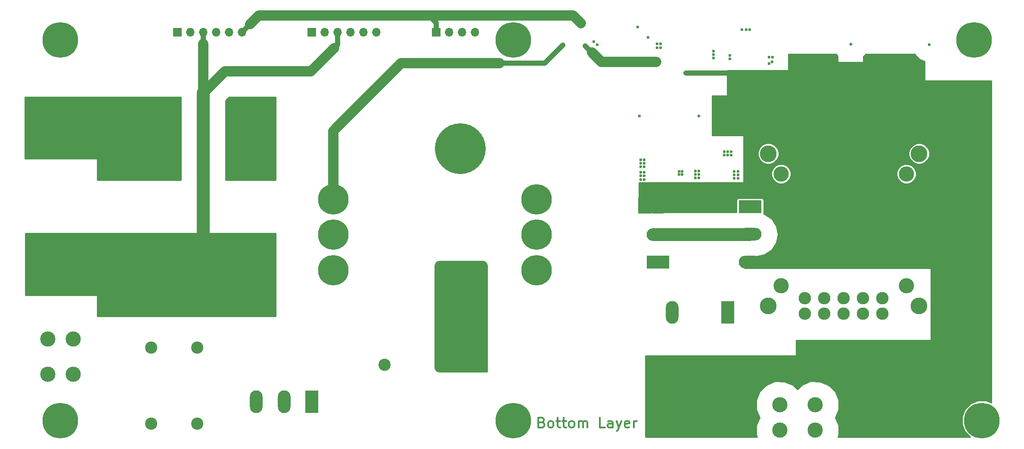
<source format=gbl>
G04 #@! TF.FileFunction,Copper,L4,Bot,Mixed*
%FSLAX46Y46*%
G04 Gerber Fmt 4.6, Leading zero omitted, Abs format (unit mm)*
G04 Created by KiCad (PCBNEW 4.0.7) date 06/29/18 00:02:58*
%MOMM*%
%LPD*%
G01*
G04 APERTURE LIST*
%ADD10C,0.100000*%
%ADD11C,0.300000*%
%ADD12R,4.500000X2.500000*%
%ADD13O,4.500000X2.500000*%
%ADD14C,6.000000*%
%ADD15C,2.450000*%
%ADD16C,3.300000*%
%ADD17C,3.000000*%
%ADD18C,7.000000*%
%ADD19R,2.500000X4.500000*%
%ADD20O,2.500000X4.500000*%
%ADD21C,10.000000*%
%ADD22C,2.400000*%
%ADD23R,1.700000X1.700000*%
%ADD24O,1.700000X1.700000*%
%ADD25C,0.600000*%
%ADD26C,0.900000*%
%ADD27C,2.000000*%
%ADD28C,0.250000*%
%ADD29C,1.000000*%
%ADD30C,0.600000*%
%ADD31C,2.500000*%
%ADD32C,0.254000*%
G04 APERTURE END LIST*
D10*
D11*
X204642856Y-152957143D02*
X204928570Y-153052381D01*
X205023809Y-153147619D01*
X205119047Y-153338095D01*
X205119047Y-153623810D01*
X205023809Y-153814286D01*
X204928570Y-153909524D01*
X204738094Y-154004762D01*
X203976189Y-154004762D01*
X203976189Y-152004762D01*
X204642856Y-152004762D01*
X204833332Y-152100000D01*
X204928570Y-152195238D01*
X205023809Y-152385714D01*
X205023809Y-152576190D01*
X204928570Y-152766667D01*
X204833332Y-152861905D01*
X204642856Y-152957143D01*
X203976189Y-152957143D01*
X206261904Y-154004762D02*
X206071428Y-153909524D01*
X205976189Y-153814286D01*
X205880951Y-153623810D01*
X205880951Y-153052381D01*
X205976189Y-152861905D01*
X206071428Y-152766667D01*
X206261904Y-152671429D01*
X206547618Y-152671429D01*
X206738094Y-152766667D01*
X206833332Y-152861905D01*
X206928570Y-153052381D01*
X206928570Y-153623810D01*
X206833332Y-153814286D01*
X206738094Y-153909524D01*
X206547618Y-154004762D01*
X206261904Y-154004762D01*
X207499999Y-152671429D02*
X208261904Y-152671429D01*
X207785713Y-152004762D02*
X207785713Y-153719048D01*
X207880952Y-153909524D01*
X208071428Y-154004762D01*
X208261904Y-154004762D01*
X208642856Y-152671429D02*
X209404761Y-152671429D01*
X208928570Y-152004762D02*
X208928570Y-153719048D01*
X209023809Y-153909524D01*
X209214285Y-154004762D01*
X209404761Y-154004762D01*
X210357142Y-154004762D02*
X210166666Y-153909524D01*
X210071427Y-153814286D01*
X209976189Y-153623810D01*
X209976189Y-153052381D01*
X210071427Y-152861905D01*
X210166666Y-152766667D01*
X210357142Y-152671429D01*
X210642856Y-152671429D01*
X210833332Y-152766667D01*
X210928570Y-152861905D01*
X211023808Y-153052381D01*
X211023808Y-153623810D01*
X210928570Y-153814286D01*
X210833332Y-153909524D01*
X210642856Y-154004762D01*
X210357142Y-154004762D01*
X211880951Y-154004762D02*
X211880951Y-152671429D01*
X211880951Y-152861905D02*
X211976190Y-152766667D01*
X212166666Y-152671429D01*
X212452380Y-152671429D01*
X212642856Y-152766667D01*
X212738094Y-152957143D01*
X212738094Y-154004762D01*
X212738094Y-152957143D02*
X212833332Y-152766667D01*
X213023809Y-152671429D01*
X213309523Y-152671429D01*
X213499999Y-152766667D01*
X213595237Y-152957143D01*
X213595237Y-154004762D01*
X217023809Y-154004762D02*
X216071428Y-154004762D01*
X216071428Y-152004762D01*
X218547619Y-154004762D02*
X218547619Y-152957143D01*
X218452381Y-152766667D01*
X218261905Y-152671429D01*
X217880953Y-152671429D01*
X217690476Y-152766667D01*
X218547619Y-153909524D02*
X218357143Y-154004762D01*
X217880953Y-154004762D01*
X217690476Y-153909524D01*
X217595238Y-153719048D01*
X217595238Y-153528571D01*
X217690476Y-153338095D01*
X217880953Y-153242857D01*
X218357143Y-153242857D01*
X218547619Y-153147619D01*
X219309524Y-152671429D02*
X219785715Y-154004762D01*
X220261905Y-152671429D02*
X219785715Y-154004762D01*
X219595239Y-154480952D01*
X219500000Y-154576190D01*
X219309524Y-154671429D01*
X221785715Y-153909524D02*
X221595239Y-154004762D01*
X221214287Y-154004762D01*
X221023810Y-153909524D01*
X220928572Y-153719048D01*
X220928572Y-152957143D01*
X221023810Y-152766667D01*
X221214287Y-152671429D01*
X221595239Y-152671429D01*
X221785715Y-152766667D01*
X221880953Y-152957143D01*
X221880953Y-153147619D01*
X220928572Y-153338095D01*
X222738096Y-154004762D02*
X222738096Y-152671429D01*
X222738096Y-153052381D02*
X222833335Y-152861905D01*
X222928573Y-152766667D01*
X223119049Y-152671429D01*
X223309525Y-152671429D01*
D12*
X245600000Y-110450000D03*
D13*
X245600000Y-115900000D03*
X245600000Y-121350000D03*
D14*
X203600000Y-123000000D03*
X203600000Y-116000000D03*
X203600000Y-109000000D03*
X163600000Y-109000000D03*
X163600000Y-116000000D03*
X163600000Y-123000000D03*
D15*
X256380000Y-101500000D03*
X260190000Y-101500000D03*
X264000000Y-101500000D03*
X267810000Y-101500000D03*
X271620000Y-101500000D03*
X271620000Y-98500000D03*
X267810000Y-98500000D03*
X264000000Y-98500000D03*
X260190000Y-98500000D03*
X256380000Y-98500000D03*
D16*
X249180000Y-100000000D03*
X278820000Y-100000000D03*
D17*
X251680000Y-104000000D03*
X276320000Y-104000000D03*
D18*
X199000000Y-77600000D03*
X110000000Y-77600000D03*
X289600000Y-77600000D03*
X199000000Y-152600000D03*
X291172000Y-152600000D03*
X110000000Y-152600000D03*
D12*
X227500000Y-121400000D03*
D13*
X227500000Y-115950000D03*
X227500000Y-110500000D03*
D19*
X159400000Y-148900000D03*
D20*
X153950000Y-148900000D03*
X148500000Y-148900000D03*
D21*
X188600000Y-99000000D03*
X188600000Y-126200000D03*
X147400000Y-126200000D03*
X147400000Y-99000000D03*
D17*
X110000000Y-118300000D03*
X110000000Y-125300000D03*
X115000000Y-118300000D03*
X105000000Y-118300000D03*
X115000000Y-125300000D03*
X105000000Y-125300000D03*
X110000000Y-91500000D03*
X110000000Y-98500000D03*
X115000000Y-91500000D03*
X105000000Y-91500000D03*
X115000000Y-98500000D03*
X105000000Y-98500000D03*
D15*
X271620000Y-128500000D03*
X267810000Y-128500000D03*
X264000000Y-128500000D03*
X260190000Y-128500000D03*
X256380000Y-128500000D03*
X256380000Y-131500000D03*
X260190000Y-131500000D03*
X264000000Y-131500000D03*
X267810000Y-131500000D03*
X271620000Y-131500000D03*
D16*
X278820000Y-130000000D03*
X249180000Y-130000000D03*
D17*
X276320000Y-126000000D03*
X251680000Y-126000000D03*
X251400000Y-149500000D03*
X251400000Y-154500000D03*
X258400000Y-149500000D03*
X258400000Y-154500000D03*
X226500000Y-149500000D03*
X226500000Y-154500000D03*
X233500000Y-149500000D03*
X233500000Y-154500000D03*
D22*
X188700000Y-141600000D03*
X173700000Y-141600000D03*
D23*
X159420000Y-76100000D03*
D24*
X161960000Y-76100000D03*
X164500000Y-76100000D03*
X167040000Y-76100000D03*
X169580000Y-76100000D03*
X172120000Y-76100000D03*
D23*
X183860000Y-76100000D03*
D24*
X186400000Y-76100000D03*
X188940000Y-76100000D03*
X191480000Y-76100000D03*
D23*
X133000000Y-76100000D03*
D24*
X135540000Y-76100000D03*
X138080000Y-76100000D03*
X140620000Y-76100000D03*
X143160000Y-76100000D03*
X145700000Y-76100000D03*
D17*
X112500000Y-136500000D03*
X107500000Y-136500000D03*
X112500000Y-143500000D03*
X107500000Y-143500000D03*
D22*
X127800000Y-153200000D03*
X127800000Y-138200000D03*
X136900000Y-138200000D03*
X136900000Y-153200000D03*
D19*
X241200000Y-131300000D03*
D20*
X230300000Y-131300000D03*
D25*
X242500000Y-104200000D03*
X242500000Y-103500000D03*
X243200000Y-104200000D03*
X243200000Y-103500000D03*
X243200000Y-104900000D03*
X242500000Y-104900000D03*
X224100000Y-105100000D03*
X224800000Y-105100000D03*
X224100000Y-103700000D03*
X224100000Y-104400000D03*
X224800000Y-104400000D03*
X224800000Y-103700000D03*
X241600000Y-81300000D03*
X241600000Y-80680000D03*
D26*
X233000000Y-84100000D03*
X227100000Y-81900000D03*
X213200000Y-78800000D03*
X212600000Y-74600000D03*
D25*
X260500000Y-81100000D03*
X235500000Y-92600000D03*
X274000000Y-80600000D03*
X223500000Y-75100000D03*
X223800000Y-92600000D03*
X225500000Y-77100000D03*
X280850000Y-78500000D03*
X265390434Y-78490434D03*
X249948879Y-81905730D03*
X250000000Y-81000000D03*
X249310000Y-82300000D03*
X249300000Y-81000000D03*
X228000000Y-78350000D03*
X228000000Y-79100000D03*
X227300000Y-79100000D03*
X227300000Y-78350000D03*
X215500000Y-78550000D03*
X214900000Y-77950000D03*
D26*
X208800000Y-78600000D03*
D25*
X234800000Y-103400000D03*
X234800000Y-104100000D03*
X234800000Y-104800000D03*
X235500000Y-104800000D03*
X235500000Y-104100000D03*
X235500000Y-103400000D03*
X232200000Y-104100000D03*
X231600000Y-104100000D03*
X231600000Y-103500000D03*
X232200000Y-103500000D03*
X241900000Y-99600000D03*
X241200000Y-99600000D03*
X240500000Y-99600000D03*
X240500000Y-100300000D03*
X241200000Y-100300000D03*
X241900000Y-100300000D03*
X224100000Y-101200000D03*
X224100000Y-101900000D03*
X224100000Y-102600000D03*
X224800000Y-102600000D03*
X224800000Y-101900000D03*
X224800000Y-101200000D03*
X238400000Y-81200000D03*
X238400000Y-80500000D03*
X238400000Y-79800000D03*
X245500000Y-75600000D03*
X244000000Y-75600000D03*
X244800000Y-75600000D03*
D27*
X214500000Y-80100000D02*
X216300000Y-81900000D01*
D28*
X274000000Y-80600000D02*
X274000000Y-85820000D01*
X274000000Y-85820000D02*
X271620000Y-88200000D01*
D29*
X285500000Y-96100000D02*
X273620000Y-96100000D01*
X290500000Y-103100000D02*
X285500000Y-103100000D01*
X290500000Y-96100000D02*
X290500000Y-103100000D01*
X290500000Y-96100000D02*
X285500000Y-96100000D01*
X233000000Y-84100000D02*
X241500000Y-84100000D01*
D27*
X216300000Y-81900000D02*
X227100000Y-81900000D01*
D29*
X213200000Y-78800000D02*
X214500000Y-80100000D01*
D27*
X149000001Y-72799999D02*
X182500000Y-72799999D01*
X182500000Y-72799999D02*
X210799999Y-72799999D01*
D29*
X183860000Y-76100000D02*
X183860000Y-74250000D01*
X183860000Y-74250000D02*
X182500000Y-72890000D01*
X182500000Y-72890000D02*
X182500000Y-72799999D01*
D27*
X147300000Y-74500000D02*
X149000001Y-72799999D01*
X210799999Y-72799999D02*
X212300000Y-74300000D01*
D30*
X211499999Y-73499999D02*
X212300000Y-74300000D01*
X212300000Y-74300000D02*
X212600000Y-74600000D01*
D27*
X147300000Y-74500000D02*
X148350001Y-73449999D01*
D29*
X146549999Y-75250001D02*
X147300000Y-74500000D01*
X145700000Y-76100000D02*
X146549999Y-75250001D01*
X273620000Y-96100000D02*
X271620000Y-98100000D01*
X271620000Y-98100000D02*
X271620000Y-88200000D01*
D31*
X227500000Y-115950000D02*
X245550000Y-115950000D01*
X245550000Y-115950000D02*
X245600000Y-115900000D01*
D27*
X163600000Y-109000000D02*
X163600000Y-95540323D01*
X163600000Y-95540323D02*
X176940323Y-82200000D01*
X176940323Y-82200000D02*
X191650000Y-82200000D01*
X191650000Y-82200000D02*
X196350000Y-82200000D01*
D29*
X196350000Y-82200000D02*
X205200000Y-82200000D01*
X205200000Y-82200000D02*
X208800000Y-78600000D01*
D31*
X138080000Y-121120000D02*
X142320000Y-121120000D01*
X142320000Y-121120000D02*
X147400000Y-126200000D01*
D27*
X115000000Y-123500000D02*
X144700000Y-123500000D01*
X144700000Y-123500000D02*
X147400000Y-126200000D01*
X110000000Y-123500000D02*
X115000000Y-123500000D01*
X105000000Y-123500000D02*
X110000000Y-123500000D01*
D31*
X138080000Y-88050000D02*
X138080000Y-121120000D01*
D29*
X138080000Y-76100000D02*
X138080000Y-78400000D01*
X164500000Y-78500000D02*
X163800000Y-79200000D01*
X164500000Y-76100000D02*
X164500000Y-78500000D01*
D27*
X138080000Y-78400000D02*
X138080000Y-88050000D01*
X142300000Y-83750000D02*
X142300000Y-83830000D01*
X142300000Y-83830000D02*
X138080000Y-88050000D01*
X159250000Y-83750000D02*
X142300000Y-83750000D01*
X163800000Y-79200000D02*
X159250000Y-83750000D01*
D32*
G36*
X193333130Y-121295752D02*
X193615545Y-121484455D01*
X193804248Y-121766870D01*
X193873000Y-122112509D01*
X193873000Y-142837491D01*
X193861338Y-142896119D01*
X193835215Y-142935215D01*
X193796119Y-142961338D01*
X193737491Y-142973000D01*
X184512509Y-142973000D01*
X184166870Y-142904248D01*
X183884455Y-142715545D01*
X183695752Y-142433130D01*
X183627000Y-142087491D01*
X183627000Y-122112509D01*
X183695752Y-121766870D01*
X183884455Y-121484455D01*
X184166870Y-121295752D01*
X184512509Y-121227000D01*
X192987491Y-121227000D01*
X193333130Y-121295752D01*
X193333130Y-121295752D01*
G37*
X193333130Y-121295752D02*
X193615545Y-121484455D01*
X193804248Y-121766870D01*
X193873000Y-122112509D01*
X193873000Y-142837491D01*
X193861338Y-142896119D01*
X193835215Y-142935215D01*
X193796119Y-142961338D01*
X193737491Y-142973000D01*
X184512509Y-142973000D01*
X184166870Y-142904248D01*
X183884455Y-142715545D01*
X183695752Y-142433130D01*
X183627000Y-142087491D01*
X183627000Y-122112509D01*
X183695752Y-121766870D01*
X183884455Y-121484455D01*
X184166870Y-121295752D01*
X184512509Y-121227000D01*
X192987491Y-121227000D01*
X193333130Y-121295752D01*
G36*
X152325892Y-132073000D02*
X117279892Y-132073000D01*
X117279892Y-128000000D01*
X117269886Y-127950590D01*
X117241445Y-127908965D01*
X117199051Y-127881685D01*
X117152892Y-127873000D01*
X103079892Y-127873000D01*
X103079892Y-115727000D01*
X152325892Y-115727000D01*
X152325892Y-132073000D01*
X152325892Y-132073000D01*
G37*
X152325892Y-132073000D02*
X117279892Y-132073000D01*
X117279892Y-128000000D01*
X117269886Y-127950590D01*
X117241445Y-127908965D01*
X117199051Y-127881685D01*
X117152892Y-127873000D01*
X103079892Y-127873000D01*
X103079892Y-115727000D01*
X152325892Y-115727000D01*
X152325892Y-132073000D01*
G36*
X133703000Y-105173000D02*
X117227000Y-105173000D01*
X117227000Y-101100000D01*
X117216994Y-101050590D01*
X117188553Y-101008965D01*
X117146159Y-100981685D01*
X117100000Y-100973000D01*
X103027000Y-100973000D01*
X103027000Y-88827000D01*
X133703000Y-88827000D01*
X133703000Y-105173000D01*
X133703000Y-105173000D01*
G37*
X133703000Y-105173000D02*
X117227000Y-105173000D01*
X117227000Y-101100000D01*
X117216994Y-101050590D01*
X117188553Y-101008965D01*
X117146159Y-100981685D01*
X117100000Y-100973000D01*
X103027000Y-100973000D01*
X103027000Y-88827000D01*
X133703000Y-88827000D01*
X133703000Y-105173000D01*
G36*
X152273000Y-105173000D02*
X142457000Y-105173000D01*
X142457000Y-89509460D01*
X143139460Y-88827000D01*
X152273000Y-88827000D01*
X152273000Y-105173000D01*
X152273000Y-105173000D01*
G37*
X152273000Y-105173000D02*
X142457000Y-105173000D01*
X142457000Y-89509460D01*
X143139460Y-88827000D01*
X152273000Y-88827000D01*
X152273000Y-105173000D01*
G36*
X262483471Y-80429138D02*
X262773000Y-80719173D01*
X262773000Y-81900000D01*
X262783006Y-81949410D01*
X262811447Y-81991035D01*
X262853841Y-82018315D01*
X262900000Y-82027000D01*
X267700000Y-82027000D01*
X267749410Y-82016994D01*
X267791035Y-81988553D01*
X267818315Y-81946159D01*
X267827000Y-81900000D01*
X267827000Y-80900403D01*
X268294009Y-80434208D01*
X268297002Y-80427000D01*
X277938201Y-80427000D01*
X277943037Y-80438704D01*
X278906226Y-81403575D01*
X279873000Y-81805015D01*
X279873000Y-85500000D01*
X279883006Y-85549410D01*
X279911447Y-85591035D01*
X279953841Y-85618315D01*
X280000000Y-85627000D01*
X292973000Y-85627000D01*
X292973000Y-149095748D01*
X291956555Y-148673684D01*
X290394298Y-148672320D01*
X288950440Y-149268911D01*
X287844793Y-150372629D01*
X287245684Y-151815445D01*
X287244320Y-153377702D01*
X287840911Y-154821560D01*
X288890517Y-155873000D01*
X262839922Y-155873000D01*
X263026195Y-155424405D01*
X263027801Y-153583671D01*
X262372698Y-151998199D01*
X263026195Y-150424405D01*
X263027801Y-148583671D01*
X262324867Y-146882439D01*
X261024407Y-145579708D01*
X259324405Y-144873805D01*
X257483671Y-144872199D01*
X255782439Y-145575133D01*
X254899602Y-146456431D01*
X254024407Y-145579708D01*
X252324405Y-144873805D01*
X250483671Y-144872199D01*
X248782439Y-145575133D01*
X247479708Y-146875593D01*
X246773805Y-148575595D01*
X246772199Y-150416329D01*
X247427302Y-152001801D01*
X246773805Y-153575595D01*
X246772199Y-155416329D01*
X246960891Y-155873000D01*
X225027000Y-155873000D01*
X225027000Y-139827000D01*
X254500000Y-139827000D01*
X254549410Y-139816994D01*
X254591035Y-139788553D01*
X254618315Y-139746159D01*
X254627000Y-139700000D01*
X254627000Y-136827000D01*
X281000000Y-136827000D01*
X281049410Y-136816994D01*
X281091035Y-136788553D01*
X281118315Y-136746159D01*
X281127000Y-136700000D01*
X281127000Y-122700000D01*
X281116994Y-122650590D01*
X281088553Y-122608965D01*
X281046159Y-122581685D01*
X281000000Y-122573000D01*
X244527000Y-122573000D01*
X244527000Y-120327000D01*
X245550000Y-120327000D01*
X245801367Y-120277000D01*
X246705342Y-120277000D01*
X248380347Y-119943821D01*
X249800348Y-118995006D01*
X250749163Y-117575005D01*
X251082342Y-115900000D01*
X250749163Y-114224995D01*
X249800348Y-112804994D01*
X248380347Y-111856179D01*
X248258640Y-111831970D01*
X248285365Y-111700000D01*
X248285365Y-109200000D01*
X248255591Y-109041763D01*
X248162073Y-108896433D01*
X248019381Y-108798936D01*
X247850000Y-108764635D01*
X243350000Y-108764635D01*
X243191763Y-108794409D01*
X243046433Y-108887927D01*
X242948936Y-109030619D01*
X242914635Y-109200000D01*
X242914635Y-111573000D01*
X226394658Y-111573000D01*
X225891924Y-111673000D01*
X223629064Y-111673000D01*
X223724968Y-105727000D01*
X244200000Y-105727000D01*
X244249410Y-105716994D01*
X244291035Y-105688553D01*
X244318315Y-105646159D01*
X244327000Y-105600000D01*
X244327000Y-104381622D01*
X249752666Y-104381622D01*
X250045416Y-105090132D01*
X250587017Y-105632678D01*
X251295014Y-105926665D01*
X252061622Y-105927334D01*
X252770132Y-105634584D01*
X253312678Y-105092983D01*
X253606665Y-104384986D01*
X253606667Y-104381622D01*
X274392666Y-104381622D01*
X274685416Y-105090132D01*
X275227017Y-105632678D01*
X275935014Y-105926665D01*
X276701622Y-105927334D01*
X277410132Y-105634584D01*
X277952678Y-105092983D01*
X278246665Y-104384986D01*
X278247334Y-103618378D01*
X277954584Y-102909868D01*
X277412983Y-102367322D01*
X276704986Y-102073335D01*
X275938378Y-102072666D01*
X275229868Y-102365416D01*
X274687322Y-102907017D01*
X274393335Y-103615014D01*
X274392666Y-104381622D01*
X253606667Y-104381622D01*
X253607334Y-103618378D01*
X253314584Y-102909868D01*
X252772983Y-102367322D01*
X252064986Y-102073335D01*
X251298378Y-102072666D01*
X250589868Y-102365416D01*
X250047322Y-102907017D01*
X249753335Y-103615014D01*
X249752666Y-104381622D01*
X244327000Y-104381622D01*
X244327000Y-100411328D01*
X247102640Y-100411328D01*
X247418178Y-101174989D01*
X248001938Y-101759768D01*
X248765047Y-102076639D01*
X249591328Y-102077360D01*
X250354989Y-101761822D01*
X250939768Y-101178062D01*
X251256639Y-100414953D01*
X251256642Y-100411328D01*
X276742640Y-100411328D01*
X277058178Y-101174989D01*
X277641938Y-101759768D01*
X278405047Y-102076639D01*
X279231328Y-102077360D01*
X279994989Y-101761822D01*
X280579768Y-101178062D01*
X280896639Y-100414953D01*
X280897360Y-99588672D01*
X280581822Y-98825011D01*
X279998062Y-98240232D01*
X279234953Y-97923361D01*
X278408672Y-97922640D01*
X277645011Y-98238178D01*
X277060232Y-98821938D01*
X276743361Y-99585047D01*
X276742640Y-100411328D01*
X251256642Y-100411328D01*
X251257360Y-99588672D01*
X250941822Y-98825011D01*
X250358062Y-98240232D01*
X249594953Y-97923361D01*
X248768672Y-97922640D01*
X248005011Y-98238178D01*
X247420232Y-98821938D01*
X247103361Y-99585047D01*
X247102640Y-100411328D01*
X244327000Y-100411328D01*
X244327000Y-96500000D01*
X244316994Y-96450590D01*
X244288553Y-96408965D01*
X244246159Y-96381685D01*
X244200000Y-96373000D01*
X238127000Y-96373000D01*
X238127000Y-88627000D01*
X241000000Y-88627000D01*
X241049410Y-88616994D01*
X241091035Y-88588553D01*
X241118315Y-88546159D01*
X241127000Y-88500000D01*
X241127000Y-83627000D01*
X253000000Y-83627000D01*
X253049410Y-83616994D01*
X253091035Y-83588553D01*
X253118315Y-83546159D01*
X253127000Y-83500000D01*
X253127000Y-80427000D01*
X262482588Y-80427000D01*
X262483471Y-80429138D01*
X262483471Y-80429138D01*
G37*
X262483471Y-80429138D02*
X262773000Y-80719173D01*
X262773000Y-81900000D01*
X262783006Y-81949410D01*
X262811447Y-81991035D01*
X262853841Y-82018315D01*
X262900000Y-82027000D01*
X267700000Y-82027000D01*
X267749410Y-82016994D01*
X267791035Y-81988553D01*
X267818315Y-81946159D01*
X267827000Y-81900000D01*
X267827000Y-80900403D01*
X268294009Y-80434208D01*
X268297002Y-80427000D01*
X277938201Y-80427000D01*
X277943037Y-80438704D01*
X278906226Y-81403575D01*
X279873000Y-81805015D01*
X279873000Y-85500000D01*
X279883006Y-85549410D01*
X279911447Y-85591035D01*
X279953841Y-85618315D01*
X280000000Y-85627000D01*
X292973000Y-85627000D01*
X292973000Y-149095748D01*
X291956555Y-148673684D01*
X290394298Y-148672320D01*
X288950440Y-149268911D01*
X287844793Y-150372629D01*
X287245684Y-151815445D01*
X287244320Y-153377702D01*
X287840911Y-154821560D01*
X288890517Y-155873000D01*
X262839922Y-155873000D01*
X263026195Y-155424405D01*
X263027801Y-153583671D01*
X262372698Y-151998199D01*
X263026195Y-150424405D01*
X263027801Y-148583671D01*
X262324867Y-146882439D01*
X261024407Y-145579708D01*
X259324405Y-144873805D01*
X257483671Y-144872199D01*
X255782439Y-145575133D01*
X254899602Y-146456431D01*
X254024407Y-145579708D01*
X252324405Y-144873805D01*
X250483671Y-144872199D01*
X248782439Y-145575133D01*
X247479708Y-146875593D01*
X246773805Y-148575595D01*
X246772199Y-150416329D01*
X247427302Y-152001801D01*
X246773805Y-153575595D01*
X246772199Y-155416329D01*
X246960891Y-155873000D01*
X225027000Y-155873000D01*
X225027000Y-139827000D01*
X254500000Y-139827000D01*
X254549410Y-139816994D01*
X254591035Y-139788553D01*
X254618315Y-139746159D01*
X254627000Y-139700000D01*
X254627000Y-136827000D01*
X281000000Y-136827000D01*
X281049410Y-136816994D01*
X281091035Y-136788553D01*
X281118315Y-136746159D01*
X281127000Y-136700000D01*
X281127000Y-122700000D01*
X281116994Y-122650590D01*
X281088553Y-122608965D01*
X281046159Y-122581685D01*
X281000000Y-122573000D01*
X244527000Y-122573000D01*
X244527000Y-120327000D01*
X245550000Y-120327000D01*
X245801367Y-120277000D01*
X246705342Y-120277000D01*
X248380347Y-119943821D01*
X249800348Y-118995006D01*
X250749163Y-117575005D01*
X251082342Y-115900000D01*
X250749163Y-114224995D01*
X249800348Y-112804994D01*
X248380347Y-111856179D01*
X248258640Y-111831970D01*
X248285365Y-111700000D01*
X248285365Y-109200000D01*
X248255591Y-109041763D01*
X248162073Y-108896433D01*
X248019381Y-108798936D01*
X247850000Y-108764635D01*
X243350000Y-108764635D01*
X243191763Y-108794409D01*
X243046433Y-108887927D01*
X242948936Y-109030619D01*
X242914635Y-109200000D01*
X242914635Y-111573000D01*
X226394658Y-111573000D01*
X225891924Y-111673000D01*
X223629064Y-111673000D01*
X223724968Y-105727000D01*
X244200000Y-105727000D01*
X244249410Y-105716994D01*
X244291035Y-105688553D01*
X244318315Y-105646159D01*
X244327000Y-105600000D01*
X244327000Y-104381622D01*
X249752666Y-104381622D01*
X250045416Y-105090132D01*
X250587017Y-105632678D01*
X251295014Y-105926665D01*
X252061622Y-105927334D01*
X252770132Y-105634584D01*
X253312678Y-105092983D01*
X253606665Y-104384986D01*
X253606667Y-104381622D01*
X274392666Y-104381622D01*
X274685416Y-105090132D01*
X275227017Y-105632678D01*
X275935014Y-105926665D01*
X276701622Y-105927334D01*
X277410132Y-105634584D01*
X277952678Y-105092983D01*
X278246665Y-104384986D01*
X278247334Y-103618378D01*
X277954584Y-102909868D01*
X277412983Y-102367322D01*
X276704986Y-102073335D01*
X275938378Y-102072666D01*
X275229868Y-102365416D01*
X274687322Y-102907017D01*
X274393335Y-103615014D01*
X274392666Y-104381622D01*
X253606667Y-104381622D01*
X253607334Y-103618378D01*
X253314584Y-102909868D01*
X252772983Y-102367322D01*
X252064986Y-102073335D01*
X251298378Y-102072666D01*
X250589868Y-102365416D01*
X250047322Y-102907017D01*
X249753335Y-103615014D01*
X249752666Y-104381622D01*
X244327000Y-104381622D01*
X244327000Y-100411328D01*
X247102640Y-100411328D01*
X247418178Y-101174989D01*
X248001938Y-101759768D01*
X248765047Y-102076639D01*
X249591328Y-102077360D01*
X250354989Y-101761822D01*
X250939768Y-101178062D01*
X251256639Y-100414953D01*
X251256642Y-100411328D01*
X276742640Y-100411328D01*
X277058178Y-101174989D01*
X277641938Y-101759768D01*
X278405047Y-102076639D01*
X279231328Y-102077360D01*
X279994989Y-101761822D01*
X280579768Y-101178062D01*
X280896639Y-100414953D01*
X280897360Y-99588672D01*
X280581822Y-98825011D01*
X279998062Y-98240232D01*
X279234953Y-97923361D01*
X278408672Y-97922640D01*
X277645011Y-98238178D01*
X277060232Y-98821938D01*
X276743361Y-99585047D01*
X276742640Y-100411328D01*
X251256642Y-100411328D01*
X251257360Y-99588672D01*
X250941822Y-98825011D01*
X250358062Y-98240232D01*
X249594953Y-97923361D01*
X248768672Y-97922640D01*
X248005011Y-98238178D01*
X247420232Y-98821938D01*
X247103361Y-99585047D01*
X247102640Y-100411328D01*
X244327000Y-100411328D01*
X244327000Y-96500000D01*
X244316994Y-96450590D01*
X244288553Y-96408965D01*
X244246159Y-96381685D01*
X244200000Y-96373000D01*
X238127000Y-96373000D01*
X238127000Y-88627000D01*
X241000000Y-88627000D01*
X241049410Y-88616994D01*
X241091035Y-88588553D01*
X241118315Y-88546159D01*
X241127000Y-88500000D01*
X241127000Y-83627000D01*
X253000000Y-83627000D01*
X253049410Y-83616994D01*
X253091035Y-83588553D01*
X253118315Y-83546159D01*
X253127000Y-83500000D01*
X253127000Y-80427000D01*
X262482588Y-80427000D01*
X262483471Y-80429138D01*
M02*

</source>
